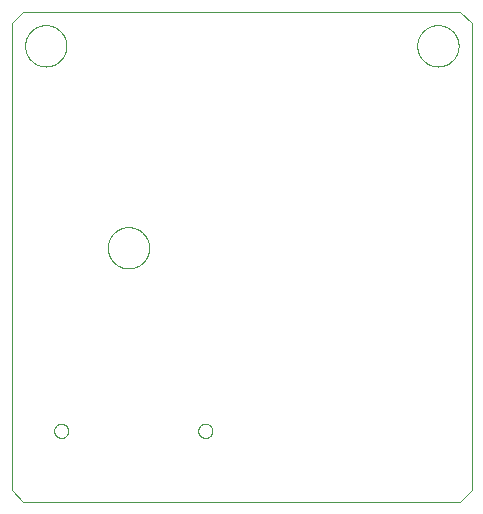
<source format=gko>
G75*
%MOIN*%
%OFA0B0*%
%FSLAX25Y25*%
%IPPOS*%
%LPD*%
%AMOC8*
5,1,8,0,0,1.08239X$1,22.5*
%
%ADD10C,0.00000*%
D10*
X0010055Y0012417D02*
X0013992Y0008480D01*
X0159661Y0008480D01*
X0163598Y0012417D01*
X0163598Y0167929D01*
X0159661Y0171866D01*
X0013992Y0171866D01*
X0010055Y0167929D01*
X0010055Y0012417D01*
X0024229Y0032102D02*
X0024231Y0032199D01*
X0024237Y0032296D01*
X0024247Y0032392D01*
X0024261Y0032488D01*
X0024279Y0032584D01*
X0024300Y0032678D01*
X0024326Y0032772D01*
X0024355Y0032864D01*
X0024389Y0032955D01*
X0024425Y0033045D01*
X0024466Y0033133D01*
X0024510Y0033219D01*
X0024558Y0033304D01*
X0024609Y0033386D01*
X0024663Y0033467D01*
X0024721Y0033545D01*
X0024782Y0033620D01*
X0024845Y0033693D01*
X0024912Y0033764D01*
X0024982Y0033831D01*
X0025054Y0033896D01*
X0025129Y0033957D01*
X0025207Y0034016D01*
X0025286Y0034071D01*
X0025368Y0034123D01*
X0025452Y0034171D01*
X0025538Y0034216D01*
X0025626Y0034258D01*
X0025715Y0034296D01*
X0025806Y0034330D01*
X0025898Y0034360D01*
X0025991Y0034387D01*
X0026086Y0034409D01*
X0026181Y0034428D01*
X0026277Y0034443D01*
X0026373Y0034454D01*
X0026470Y0034461D01*
X0026567Y0034464D01*
X0026664Y0034463D01*
X0026761Y0034458D01*
X0026857Y0034449D01*
X0026953Y0034436D01*
X0027049Y0034419D01*
X0027144Y0034398D01*
X0027237Y0034374D01*
X0027330Y0034345D01*
X0027422Y0034313D01*
X0027512Y0034277D01*
X0027600Y0034238D01*
X0027687Y0034194D01*
X0027772Y0034148D01*
X0027855Y0034097D01*
X0027936Y0034044D01*
X0028014Y0033987D01*
X0028091Y0033927D01*
X0028164Y0033864D01*
X0028235Y0033798D01*
X0028303Y0033729D01*
X0028369Y0033657D01*
X0028431Y0033583D01*
X0028490Y0033506D01*
X0028546Y0033427D01*
X0028599Y0033345D01*
X0028649Y0033262D01*
X0028694Y0033176D01*
X0028737Y0033089D01*
X0028776Y0033000D01*
X0028811Y0032910D01*
X0028842Y0032818D01*
X0028869Y0032725D01*
X0028893Y0032631D01*
X0028913Y0032536D01*
X0028929Y0032440D01*
X0028941Y0032344D01*
X0028949Y0032247D01*
X0028953Y0032150D01*
X0028953Y0032054D01*
X0028949Y0031957D01*
X0028941Y0031860D01*
X0028929Y0031764D01*
X0028913Y0031668D01*
X0028893Y0031573D01*
X0028869Y0031479D01*
X0028842Y0031386D01*
X0028811Y0031294D01*
X0028776Y0031204D01*
X0028737Y0031115D01*
X0028694Y0031028D01*
X0028649Y0030942D01*
X0028599Y0030859D01*
X0028546Y0030777D01*
X0028490Y0030698D01*
X0028431Y0030621D01*
X0028369Y0030547D01*
X0028303Y0030475D01*
X0028235Y0030406D01*
X0028164Y0030340D01*
X0028091Y0030277D01*
X0028014Y0030217D01*
X0027936Y0030160D01*
X0027855Y0030107D01*
X0027772Y0030056D01*
X0027687Y0030010D01*
X0027600Y0029966D01*
X0027512Y0029927D01*
X0027422Y0029891D01*
X0027330Y0029859D01*
X0027237Y0029830D01*
X0027144Y0029806D01*
X0027049Y0029785D01*
X0026953Y0029768D01*
X0026857Y0029755D01*
X0026761Y0029746D01*
X0026664Y0029741D01*
X0026567Y0029740D01*
X0026470Y0029743D01*
X0026373Y0029750D01*
X0026277Y0029761D01*
X0026181Y0029776D01*
X0026086Y0029795D01*
X0025991Y0029817D01*
X0025898Y0029844D01*
X0025806Y0029874D01*
X0025715Y0029908D01*
X0025626Y0029946D01*
X0025538Y0029988D01*
X0025452Y0030033D01*
X0025368Y0030081D01*
X0025286Y0030133D01*
X0025207Y0030188D01*
X0025129Y0030247D01*
X0025054Y0030308D01*
X0024982Y0030373D01*
X0024912Y0030440D01*
X0024845Y0030511D01*
X0024782Y0030584D01*
X0024721Y0030659D01*
X0024663Y0030737D01*
X0024609Y0030818D01*
X0024558Y0030900D01*
X0024510Y0030985D01*
X0024466Y0031071D01*
X0024425Y0031159D01*
X0024389Y0031249D01*
X0024355Y0031340D01*
X0024326Y0031432D01*
X0024300Y0031526D01*
X0024279Y0031620D01*
X0024261Y0031716D01*
X0024247Y0031812D01*
X0024237Y0031908D01*
X0024231Y0032005D01*
X0024229Y0032102D01*
X0072260Y0032102D02*
X0072262Y0032199D01*
X0072268Y0032296D01*
X0072278Y0032392D01*
X0072292Y0032488D01*
X0072310Y0032584D01*
X0072331Y0032678D01*
X0072357Y0032772D01*
X0072386Y0032864D01*
X0072420Y0032955D01*
X0072456Y0033045D01*
X0072497Y0033133D01*
X0072541Y0033219D01*
X0072589Y0033304D01*
X0072640Y0033386D01*
X0072694Y0033467D01*
X0072752Y0033545D01*
X0072813Y0033620D01*
X0072876Y0033693D01*
X0072943Y0033764D01*
X0073013Y0033831D01*
X0073085Y0033896D01*
X0073160Y0033957D01*
X0073238Y0034016D01*
X0073317Y0034071D01*
X0073399Y0034123D01*
X0073483Y0034171D01*
X0073569Y0034216D01*
X0073657Y0034258D01*
X0073746Y0034296D01*
X0073837Y0034330D01*
X0073929Y0034360D01*
X0074022Y0034387D01*
X0074117Y0034409D01*
X0074212Y0034428D01*
X0074308Y0034443D01*
X0074404Y0034454D01*
X0074501Y0034461D01*
X0074598Y0034464D01*
X0074695Y0034463D01*
X0074792Y0034458D01*
X0074888Y0034449D01*
X0074984Y0034436D01*
X0075080Y0034419D01*
X0075175Y0034398D01*
X0075268Y0034374D01*
X0075361Y0034345D01*
X0075453Y0034313D01*
X0075543Y0034277D01*
X0075631Y0034238D01*
X0075718Y0034194D01*
X0075803Y0034148D01*
X0075886Y0034097D01*
X0075967Y0034044D01*
X0076045Y0033987D01*
X0076122Y0033927D01*
X0076195Y0033864D01*
X0076266Y0033798D01*
X0076334Y0033729D01*
X0076400Y0033657D01*
X0076462Y0033583D01*
X0076521Y0033506D01*
X0076577Y0033427D01*
X0076630Y0033345D01*
X0076680Y0033262D01*
X0076725Y0033176D01*
X0076768Y0033089D01*
X0076807Y0033000D01*
X0076842Y0032910D01*
X0076873Y0032818D01*
X0076900Y0032725D01*
X0076924Y0032631D01*
X0076944Y0032536D01*
X0076960Y0032440D01*
X0076972Y0032344D01*
X0076980Y0032247D01*
X0076984Y0032150D01*
X0076984Y0032054D01*
X0076980Y0031957D01*
X0076972Y0031860D01*
X0076960Y0031764D01*
X0076944Y0031668D01*
X0076924Y0031573D01*
X0076900Y0031479D01*
X0076873Y0031386D01*
X0076842Y0031294D01*
X0076807Y0031204D01*
X0076768Y0031115D01*
X0076725Y0031028D01*
X0076680Y0030942D01*
X0076630Y0030859D01*
X0076577Y0030777D01*
X0076521Y0030698D01*
X0076462Y0030621D01*
X0076400Y0030547D01*
X0076334Y0030475D01*
X0076266Y0030406D01*
X0076195Y0030340D01*
X0076122Y0030277D01*
X0076045Y0030217D01*
X0075967Y0030160D01*
X0075886Y0030107D01*
X0075803Y0030056D01*
X0075718Y0030010D01*
X0075631Y0029966D01*
X0075543Y0029927D01*
X0075453Y0029891D01*
X0075361Y0029859D01*
X0075268Y0029830D01*
X0075175Y0029806D01*
X0075080Y0029785D01*
X0074984Y0029768D01*
X0074888Y0029755D01*
X0074792Y0029746D01*
X0074695Y0029741D01*
X0074598Y0029740D01*
X0074501Y0029743D01*
X0074404Y0029750D01*
X0074308Y0029761D01*
X0074212Y0029776D01*
X0074117Y0029795D01*
X0074022Y0029817D01*
X0073929Y0029844D01*
X0073837Y0029874D01*
X0073746Y0029908D01*
X0073657Y0029946D01*
X0073569Y0029988D01*
X0073483Y0030033D01*
X0073399Y0030081D01*
X0073317Y0030133D01*
X0073238Y0030188D01*
X0073160Y0030247D01*
X0073085Y0030308D01*
X0073013Y0030373D01*
X0072943Y0030440D01*
X0072876Y0030511D01*
X0072813Y0030584D01*
X0072752Y0030659D01*
X0072694Y0030737D01*
X0072640Y0030818D01*
X0072589Y0030900D01*
X0072541Y0030985D01*
X0072497Y0031071D01*
X0072456Y0031159D01*
X0072420Y0031249D01*
X0072386Y0031340D01*
X0072357Y0031432D01*
X0072331Y0031526D01*
X0072310Y0031620D01*
X0072292Y0031716D01*
X0072278Y0031812D01*
X0072268Y0031908D01*
X0072262Y0032005D01*
X0072260Y0032102D01*
X0042141Y0093126D02*
X0042143Y0093295D01*
X0042149Y0093464D01*
X0042160Y0093633D01*
X0042174Y0093801D01*
X0042193Y0093969D01*
X0042216Y0094137D01*
X0042242Y0094304D01*
X0042273Y0094470D01*
X0042308Y0094636D01*
X0042347Y0094800D01*
X0042391Y0094964D01*
X0042438Y0095126D01*
X0042489Y0095287D01*
X0042544Y0095447D01*
X0042603Y0095606D01*
X0042665Y0095763D01*
X0042732Y0095918D01*
X0042803Y0096072D01*
X0042877Y0096224D01*
X0042955Y0096374D01*
X0043036Y0096522D01*
X0043121Y0096668D01*
X0043210Y0096812D01*
X0043302Y0096954D01*
X0043398Y0097093D01*
X0043497Y0097230D01*
X0043599Y0097365D01*
X0043705Y0097497D01*
X0043814Y0097626D01*
X0043926Y0097753D01*
X0044041Y0097877D01*
X0044159Y0097998D01*
X0044280Y0098116D01*
X0044404Y0098231D01*
X0044531Y0098343D01*
X0044660Y0098452D01*
X0044792Y0098558D01*
X0044927Y0098660D01*
X0045064Y0098759D01*
X0045203Y0098855D01*
X0045345Y0098947D01*
X0045489Y0099036D01*
X0045635Y0099121D01*
X0045783Y0099202D01*
X0045933Y0099280D01*
X0046085Y0099354D01*
X0046239Y0099425D01*
X0046394Y0099492D01*
X0046551Y0099554D01*
X0046710Y0099613D01*
X0046870Y0099668D01*
X0047031Y0099719D01*
X0047193Y0099766D01*
X0047357Y0099810D01*
X0047521Y0099849D01*
X0047687Y0099884D01*
X0047853Y0099915D01*
X0048020Y0099941D01*
X0048188Y0099964D01*
X0048356Y0099983D01*
X0048524Y0099997D01*
X0048693Y0100008D01*
X0048862Y0100014D01*
X0049031Y0100016D01*
X0049200Y0100014D01*
X0049369Y0100008D01*
X0049538Y0099997D01*
X0049706Y0099983D01*
X0049874Y0099964D01*
X0050042Y0099941D01*
X0050209Y0099915D01*
X0050375Y0099884D01*
X0050541Y0099849D01*
X0050705Y0099810D01*
X0050869Y0099766D01*
X0051031Y0099719D01*
X0051192Y0099668D01*
X0051352Y0099613D01*
X0051511Y0099554D01*
X0051668Y0099492D01*
X0051823Y0099425D01*
X0051977Y0099354D01*
X0052129Y0099280D01*
X0052279Y0099202D01*
X0052427Y0099121D01*
X0052573Y0099036D01*
X0052717Y0098947D01*
X0052859Y0098855D01*
X0052998Y0098759D01*
X0053135Y0098660D01*
X0053270Y0098558D01*
X0053402Y0098452D01*
X0053531Y0098343D01*
X0053658Y0098231D01*
X0053782Y0098116D01*
X0053903Y0097998D01*
X0054021Y0097877D01*
X0054136Y0097753D01*
X0054248Y0097626D01*
X0054357Y0097497D01*
X0054463Y0097365D01*
X0054565Y0097230D01*
X0054664Y0097093D01*
X0054760Y0096954D01*
X0054852Y0096812D01*
X0054941Y0096668D01*
X0055026Y0096522D01*
X0055107Y0096374D01*
X0055185Y0096224D01*
X0055259Y0096072D01*
X0055330Y0095918D01*
X0055397Y0095763D01*
X0055459Y0095606D01*
X0055518Y0095447D01*
X0055573Y0095287D01*
X0055624Y0095126D01*
X0055671Y0094964D01*
X0055715Y0094800D01*
X0055754Y0094636D01*
X0055789Y0094470D01*
X0055820Y0094304D01*
X0055846Y0094137D01*
X0055869Y0093969D01*
X0055888Y0093801D01*
X0055902Y0093633D01*
X0055913Y0093464D01*
X0055919Y0093295D01*
X0055921Y0093126D01*
X0055919Y0092957D01*
X0055913Y0092788D01*
X0055902Y0092619D01*
X0055888Y0092451D01*
X0055869Y0092283D01*
X0055846Y0092115D01*
X0055820Y0091948D01*
X0055789Y0091782D01*
X0055754Y0091616D01*
X0055715Y0091452D01*
X0055671Y0091288D01*
X0055624Y0091126D01*
X0055573Y0090965D01*
X0055518Y0090805D01*
X0055459Y0090646D01*
X0055397Y0090489D01*
X0055330Y0090334D01*
X0055259Y0090180D01*
X0055185Y0090028D01*
X0055107Y0089878D01*
X0055026Y0089730D01*
X0054941Y0089584D01*
X0054852Y0089440D01*
X0054760Y0089298D01*
X0054664Y0089159D01*
X0054565Y0089022D01*
X0054463Y0088887D01*
X0054357Y0088755D01*
X0054248Y0088626D01*
X0054136Y0088499D01*
X0054021Y0088375D01*
X0053903Y0088254D01*
X0053782Y0088136D01*
X0053658Y0088021D01*
X0053531Y0087909D01*
X0053402Y0087800D01*
X0053270Y0087694D01*
X0053135Y0087592D01*
X0052998Y0087493D01*
X0052859Y0087397D01*
X0052717Y0087305D01*
X0052573Y0087216D01*
X0052427Y0087131D01*
X0052279Y0087050D01*
X0052129Y0086972D01*
X0051977Y0086898D01*
X0051823Y0086827D01*
X0051668Y0086760D01*
X0051511Y0086698D01*
X0051352Y0086639D01*
X0051192Y0086584D01*
X0051031Y0086533D01*
X0050869Y0086486D01*
X0050705Y0086442D01*
X0050541Y0086403D01*
X0050375Y0086368D01*
X0050209Y0086337D01*
X0050042Y0086311D01*
X0049874Y0086288D01*
X0049706Y0086269D01*
X0049538Y0086255D01*
X0049369Y0086244D01*
X0049200Y0086238D01*
X0049031Y0086236D01*
X0048862Y0086238D01*
X0048693Y0086244D01*
X0048524Y0086255D01*
X0048356Y0086269D01*
X0048188Y0086288D01*
X0048020Y0086311D01*
X0047853Y0086337D01*
X0047687Y0086368D01*
X0047521Y0086403D01*
X0047357Y0086442D01*
X0047193Y0086486D01*
X0047031Y0086533D01*
X0046870Y0086584D01*
X0046710Y0086639D01*
X0046551Y0086698D01*
X0046394Y0086760D01*
X0046239Y0086827D01*
X0046085Y0086898D01*
X0045933Y0086972D01*
X0045783Y0087050D01*
X0045635Y0087131D01*
X0045489Y0087216D01*
X0045345Y0087305D01*
X0045203Y0087397D01*
X0045064Y0087493D01*
X0044927Y0087592D01*
X0044792Y0087694D01*
X0044660Y0087800D01*
X0044531Y0087909D01*
X0044404Y0088021D01*
X0044280Y0088136D01*
X0044159Y0088254D01*
X0044041Y0088375D01*
X0043926Y0088499D01*
X0043814Y0088626D01*
X0043705Y0088755D01*
X0043599Y0088887D01*
X0043497Y0089022D01*
X0043398Y0089159D01*
X0043302Y0089298D01*
X0043210Y0089440D01*
X0043121Y0089584D01*
X0043036Y0089730D01*
X0042955Y0089878D01*
X0042877Y0090028D01*
X0042803Y0090180D01*
X0042732Y0090334D01*
X0042665Y0090489D01*
X0042603Y0090646D01*
X0042544Y0090805D01*
X0042489Y0090965D01*
X0042438Y0091126D01*
X0042391Y0091288D01*
X0042347Y0091452D01*
X0042308Y0091616D01*
X0042273Y0091782D01*
X0042242Y0091948D01*
X0042216Y0092115D01*
X0042193Y0092283D01*
X0042174Y0092451D01*
X0042160Y0092619D01*
X0042149Y0092788D01*
X0042143Y0092957D01*
X0042141Y0093126D01*
X0014582Y0160449D02*
X0014584Y0160618D01*
X0014590Y0160787D01*
X0014601Y0160956D01*
X0014615Y0161124D01*
X0014634Y0161292D01*
X0014657Y0161460D01*
X0014683Y0161627D01*
X0014714Y0161793D01*
X0014749Y0161959D01*
X0014788Y0162123D01*
X0014832Y0162287D01*
X0014879Y0162449D01*
X0014930Y0162610D01*
X0014985Y0162770D01*
X0015044Y0162929D01*
X0015106Y0163086D01*
X0015173Y0163241D01*
X0015244Y0163395D01*
X0015318Y0163547D01*
X0015396Y0163697D01*
X0015477Y0163845D01*
X0015562Y0163991D01*
X0015651Y0164135D01*
X0015743Y0164277D01*
X0015839Y0164416D01*
X0015938Y0164553D01*
X0016040Y0164688D01*
X0016146Y0164820D01*
X0016255Y0164949D01*
X0016367Y0165076D01*
X0016482Y0165200D01*
X0016600Y0165321D01*
X0016721Y0165439D01*
X0016845Y0165554D01*
X0016972Y0165666D01*
X0017101Y0165775D01*
X0017233Y0165881D01*
X0017368Y0165983D01*
X0017505Y0166082D01*
X0017644Y0166178D01*
X0017786Y0166270D01*
X0017930Y0166359D01*
X0018076Y0166444D01*
X0018224Y0166525D01*
X0018374Y0166603D01*
X0018526Y0166677D01*
X0018680Y0166748D01*
X0018835Y0166815D01*
X0018992Y0166877D01*
X0019151Y0166936D01*
X0019311Y0166991D01*
X0019472Y0167042D01*
X0019634Y0167089D01*
X0019798Y0167133D01*
X0019962Y0167172D01*
X0020128Y0167207D01*
X0020294Y0167238D01*
X0020461Y0167264D01*
X0020629Y0167287D01*
X0020797Y0167306D01*
X0020965Y0167320D01*
X0021134Y0167331D01*
X0021303Y0167337D01*
X0021472Y0167339D01*
X0021641Y0167337D01*
X0021810Y0167331D01*
X0021979Y0167320D01*
X0022147Y0167306D01*
X0022315Y0167287D01*
X0022483Y0167264D01*
X0022650Y0167238D01*
X0022816Y0167207D01*
X0022982Y0167172D01*
X0023146Y0167133D01*
X0023310Y0167089D01*
X0023472Y0167042D01*
X0023633Y0166991D01*
X0023793Y0166936D01*
X0023952Y0166877D01*
X0024109Y0166815D01*
X0024264Y0166748D01*
X0024418Y0166677D01*
X0024570Y0166603D01*
X0024720Y0166525D01*
X0024868Y0166444D01*
X0025014Y0166359D01*
X0025158Y0166270D01*
X0025300Y0166178D01*
X0025439Y0166082D01*
X0025576Y0165983D01*
X0025711Y0165881D01*
X0025843Y0165775D01*
X0025972Y0165666D01*
X0026099Y0165554D01*
X0026223Y0165439D01*
X0026344Y0165321D01*
X0026462Y0165200D01*
X0026577Y0165076D01*
X0026689Y0164949D01*
X0026798Y0164820D01*
X0026904Y0164688D01*
X0027006Y0164553D01*
X0027105Y0164416D01*
X0027201Y0164277D01*
X0027293Y0164135D01*
X0027382Y0163991D01*
X0027467Y0163845D01*
X0027548Y0163697D01*
X0027626Y0163547D01*
X0027700Y0163395D01*
X0027771Y0163241D01*
X0027838Y0163086D01*
X0027900Y0162929D01*
X0027959Y0162770D01*
X0028014Y0162610D01*
X0028065Y0162449D01*
X0028112Y0162287D01*
X0028156Y0162123D01*
X0028195Y0161959D01*
X0028230Y0161793D01*
X0028261Y0161627D01*
X0028287Y0161460D01*
X0028310Y0161292D01*
X0028329Y0161124D01*
X0028343Y0160956D01*
X0028354Y0160787D01*
X0028360Y0160618D01*
X0028362Y0160449D01*
X0028360Y0160280D01*
X0028354Y0160111D01*
X0028343Y0159942D01*
X0028329Y0159774D01*
X0028310Y0159606D01*
X0028287Y0159438D01*
X0028261Y0159271D01*
X0028230Y0159105D01*
X0028195Y0158939D01*
X0028156Y0158775D01*
X0028112Y0158611D01*
X0028065Y0158449D01*
X0028014Y0158288D01*
X0027959Y0158128D01*
X0027900Y0157969D01*
X0027838Y0157812D01*
X0027771Y0157657D01*
X0027700Y0157503D01*
X0027626Y0157351D01*
X0027548Y0157201D01*
X0027467Y0157053D01*
X0027382Y0156907D01*
X0027293Y0156763D01*
X0027201Y0156621D01*
X0027105Y0156482D01*
X0027006Y0156345D01*
X0026904Y0156210D01*
X0026798Y0156078D01*
X0026689Y0155949D01*
X0026577Y0155822D01*
X0026462Y0155698D01*
X0026344Y0155577D01*
X0026223Y0155459D01*
X0026099Y0155344D01*
X0025972Y0155232D01*
X0025843Y0155123D01*
X0025711Y0155017D01*
X0025576Y0154915D01*
X0025439Y0154816D01*
X0025300Y0154720D01*
X0025158Y0154628D01*
X0025014Y0154539D01*
X0024868Y0154454D01*
X0024720Y0154373D01*
X0024570Y0154295D01*
X0024418Y0154221D01*
X0024264Y0154150D01*
X0024109Y0154083D01*
X0023952Y0154021D01*
X0023793Y0153962D01*
X0023633Y0153907D01*
X0023472Y0153856D01*
X0023310Y0153809D01*
X0023146Y0153765D01*
X0022982Y0153726D01*
X0022816Y0153691D01*
X0022650Y0153660D01*
X0022483Y0153634D01*
X0022315Y0153611D01*
X0022147Y0153592D01*
X0021979Y0153578D01*
X0021810Y0153567D01*
X0021641Y0153561D01*
X0021472Y0153559D01*
X0021303Y0153561D01*
X0021134Y0153567D01*
X0020965Y0153578D01*
X0020797Y0153592D01*
X0020629Y0153611D01*
X0020461Y0153634D01*
X0020294Y0153660D01*
X0020128Y0153691D01*
X0019962Y0153726D01*
X0019798Y0153765D01*
X0019634Y0153809D01*
X0019472Y0153856D01*
X0019311Y0153907D01*
X0019151Y0153962D01*
X0018992Y0154021D01*
X0018835Y0154083D01*
X0018680Y0154150D01*
X0018526Y0154221D01*
X0018374Y0154295D01*
X0018224Y0154373D01*
X0018076Y0154454D01*
X0017930Y0154539D01*
X0017786Y0154628D01*
X0017644Y0154720D01*
X0017505Y0154816D01*
X0017368Y0154915D01*
X0017233Y0155017D01*
X0017101Y0155123D01*
X0016972Y0155232D01*
X0016845Y0155344D01*
X0016721Y0155459D01*
X0016600Y0155577D01*
X0016482Y0155698D01*
X0016367Y0155822D01*
X0016255Y0155949D01*
X0016146Y0156078D01*
X0016040Y0156210D01*
X0015938Y0156345D01*
X0015839Y0156482D01*
X0015743Y0156621D01*
X0015651Y0156763D01*
X0015562Y0156907D01*
X0015477Y0157053D01*
X0015396Y0157201D01*
X0015318Y0157351D01*
X0015244Y0157503D01*
X0015173Y0157657D01*
X0015106Y0157812D01*
X0015044Y0157969D01*
X0014985Y0158128D01*
X0014930Y0158288D01*
X0014879Y0158449D01*
X0014832Y0158611D01*
X0014788Y0158775D01*
X0014749Y0158939D01*
X0014714Y0159105D01*
X0014683Y0159271D01*
X0014657Y0159438D01*
X0014634Y0159606D01*
X0014615Y0159774D01*
X0014601Y0159942D01*
X0014590Y0160111D01*
X0014584Y0160280D01*
X0014582Y0160449D01*
X0145291Y0160449D02*
X0145293Y0160618D01*
X0145299Y0160787D01*
X0145310Y0160956D01*
X0145324Y0161124D01*
X0145343Y0161292D01*
X0145366Y0161460D01*
X0145392Y0161627D01*
X0145423Y0161793D01*
X0145458Y0161959D01*
X0145497Y0162123D01*
X0145541Y0162287D01*
X0145588Y0162449D01*
X0145639Y0162610D01*
X0145694Y0162770D01*
X0145753Y0162929D01*
X0145815Y0163086D01*
X0145882Y0163241D01*
X0145953Y0163395D01*
X0146027Y0163547D01*
X0146105Y0163697D01*
X0146186Y0163845D01*
X0146271Y0163991D01*
X0146360Y0164135D01*
X0146452Y0164277D01*
X0146548Y0164416D01*
X0146647Y0164553D01*
X0146749Y0164688D01*
X0146855Y0164820D01*
X0146964Y0164949D01*
X0147076Y0165076D01*
X0147191Y0165200D01*
X0147309Y0165321D01*
X0147430Y0165439D01*
X0147554Y0165554D01*
X0147681Y0165666D01*
X0147810Y0165775D01*
X0147942Y0165881D01*
X0148077Y0165983D01*
X0148214Y0166082D01*
X0148353Y0166178D01*
X0148495Y0166270D01*
X0148639Y0166359D01*
X0148785Y0166444D01*
X0148933Y0166525D01*
X0149083Y0166603D01*
X0149235Y0166677D01*
X0149389Y0166748D01*
X0149544Y0166815D01*
X0149701Y0166877D01*
X0149860Y0166936D01*
X0150020Y0166991D01*
X0150181Y0167042D01*
X0150343Y0167089D01*
X0150507Y0167133D01*
X0150671Y0167172D01*
X0150837Y0167207D01*
X0151003Y0167238D01*
X0151170Y0167264D01*
X0151338Y0167287D01*
X0151506Y0167306D01*
X0151674Y0167320D01*
X0151843Y0167331D01*
X0152012Y0167337D01*
X0152181Y0167339D01*
X0152350Y0167337D01*
X0152519Y0167331D01*
X0152688Y0167320D01*
X0152856Y0167306D01*
X0153024Y0167287D01*
X0153192Y0167264D01*
X0153359Y0167238D01*
X0153525Y0167207D01*
X0153691Y0167172D01*
X0153855Y0167133D01*
X0154019Y0167089D01*
X0154181Y0167042D01*
X0154342Y0166991D01*
X0154502Y0166936D01*
X0154661Y0166877D01*
X0154818Y0166815D01*
X0154973Y0166748D01*
X0155127Y0166677D01*
X0155279Y0166603D01*
X0155429Y0166525D01*
X0155577Y0166444D01*
X0155723Y0166359D01*
X0155867Y0166270D01*
X0156009Y0166178D01*
X0156148Y0166082D01*
X0156285Y0165983D01*
X0156420Y0165881D01*
X0156552Y0165775D01*
X0156681Y0165666D01*
X0156808Y0165554D01*
X0156932Y0165439D01*
X0157053Y0165321D01*
X0157171Y0165200D01*
X0157286Y0165076D01*
X0157398Y0164949D01*
X0157507Y0164820D01*
X0157613Y0164688D01*
X0157715Y0164553D01*
X0157814Y0164416D01*
X0157910Y0164277D01*
X0158002Y0164135D01*
X0158091Y0163991D01*
X0158176Y0163845D01*
X0158257Y0163697D01*
X0158335Y0163547D01*
X0158409Y0163395D01*
X0158480Y0163241D01*
X0158547Y0163086D01*
X0158609Y0162929D01*
X0158668Y0162770D01*
X0158723Y0162610D01*
X0158774Y0162449D01*
X0158821Y0162287D01*
X0158865Y0162123D01*
X0158904Y0161959D01*
X0158939Y0161793D01*
X0158970Y0161627D01*
X0158996Y0161460D01*
X0159019Y0161292D01*
X0159038Y0161124D01*
X0159052Y0160956D01*
X0159063Y0160787D01*
X0159069Y0160618D01*
X0159071Y0160449D01*
X0159069Y0160280D01*
X0159063Y0160111D01*
X0159052Y0159942D01*
X0159038Y0159774D01*
X0159019Y0159606D01*
X0158996Y0159438D01*
X0158970Y0159271D01*
X0158939Y0159105D01*
X0158904Y0158939D01*
X0158865Y0158775D01*
X0158821Y0158611D01*
X0158774Y0158449D01*
X0158723Y0158288D01*
X0158668Y0158128D01*
X0158609Y0157969D01*
X0158547Y0157812D01*
X0158480Y0157657D01*
X0158409Y0157503D01*
X0158335Y0157351D01*
X0158257Y0157201D01*
X0158176Y0157053D01*
X0158091Y0156907D01*
X0158002Y0156763D01*
X0157910Y0156621D01*
X0157814Y0156482D01*
X0157715Y0156345D01*
X0157613Y0156210D01*
X0157507Y0156078D01*
X0157398Y0155949D01*
X0157286Y0155822D01*
X0157171Y0155698D01*
X0157053Y0155577D01*
X0156932Y0155459D01*
X0156808Y0155344D01*
X0156681Y0155232D01*
X0156552Y0155123D01*
X0156420Y0155017D01*
X0156285Y0154915D01*
X0156148Y0154816D01*
X0156009Y0154720D01*
X0155867Y0154628D01*
X0155723Y0154539D01*
X0155577Y0154454D01*
X0155429Y0154373D01*
X0155279Y0154295D01*
X0155127Y0154221D01*
X0154973Y0154150D01*
X0154818Y0154083D01*
X0154661Y0154021D01*
X0154502Y0153962D01*
X0154342Y0153907D01*
X0154181Y0153856D01*
X0154019Y0153809D01*
X0153855Y0153765D01*
X0153691Y0153726D01*
X0153525Y0153691D01*
X0153359Y0153660D01*
X0153192Y0153634D01*
X0153024Y0153611D01*
X0152856Y0153592D01*
X0152688Y0153578D01*
X0152519Y0153567D01*
X0152350Y0153561D01*
X0152181Y0153559D01*
X0152012Y0153561D01*
X0151843Y0153567D01*
X0151674Y0153578D01*
X0151506Y0153592D01*
X0151338Y0153611D01*
X0151170Y0153634D01*
X0151003Y0153660D01*
X0150837Y0153691D01*
X0150671Y0153726D01*
X0150507Y0153765D01*
X0150343Y0153809D01*
X0150181Y0153856D01*
X0150020Y0153907D01*
X0149860Y0153962D01*
X0149701Y0154021D01*
X0149544Y0154083D01*
X0149389Y0154150D01*
X0149235Y0154221D01*
X0149083Y0154295D01*
X0148933Y0154373D01*
X0148785Y0154454D01*
X0148639Y0154539D01*
X0148495Y0154628D01*
X0148353Y0154720D01*
X0148214Y0154816D01*
X0148077Y0154915D01*
X0147942Y0155017D01*
X0147810Y0155123D01*
X0147681Y0155232D01*
X0147554Y0155344D01*
X0147430Y0155459D01*
X0147309Y0155577D01*
X0147191Y0155698D01*
X0147076Y0155822D01*
X0146964Y0155949D01*
X0146855Y0156078D01*
X0146749Y0156210D01*
X0146647Y0156345D01*
X0146548Y0156482D01*
X0146452Y0156621D01*
X0146360Y0156763D01*
X0146271Y0156907D01*
X0146186Y0157053D01*
X0146105Y0157201D01*
X0146027Y0157351D01*
X0145953Y0157503D01*
X0145882Y0157657D01*
X0145815Y0157812D01*
X0145753Y0157969D01*
X0145694Y0158128D01*
X0145639Y0158288D01*
X0145588Y0158449D01*
X0145541Y0158611D01*
X0145497Y0158775D01*
X0145458Y0158939D01*
X0145423Y0159105D01*
X0145392Y0159271D01*
X0145366Y0159438D01*
X0145343Y0159606D01*
X0145324Y0159774D01*
X0145310Y0159942D01*
X0145299Y0160111D01*
X0145293Y0160280D01*
X0145291Y0160449D01*
M02*

</source>
